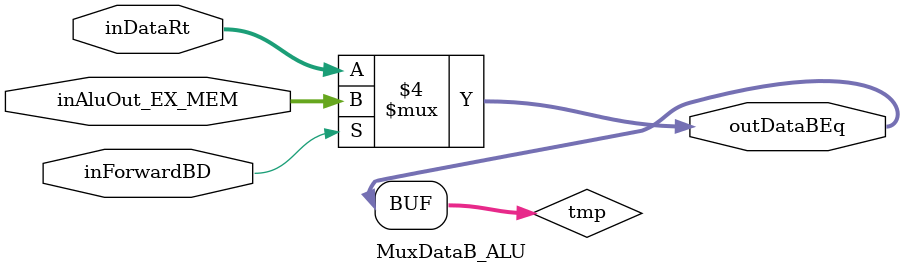
<source format=v>
`timescale 1ns / 1ps
module MuxDataB_ALU(
	input [31:0] inDataRt,inAluOut_EX_MEM,
	input inForwardBD,
	output [31:0] outDataBEq
    );
	 
 reg [31:0] tmp = 0;

always @(*)
begin
	if(inForwardBD)
		begin
			tmp = inAluOut_EX_MEM;
		end
	
	else
		begin
			tmp = inDataRt;
		end
end
assign outDataBEq = tmp;


endmodule

</source>
